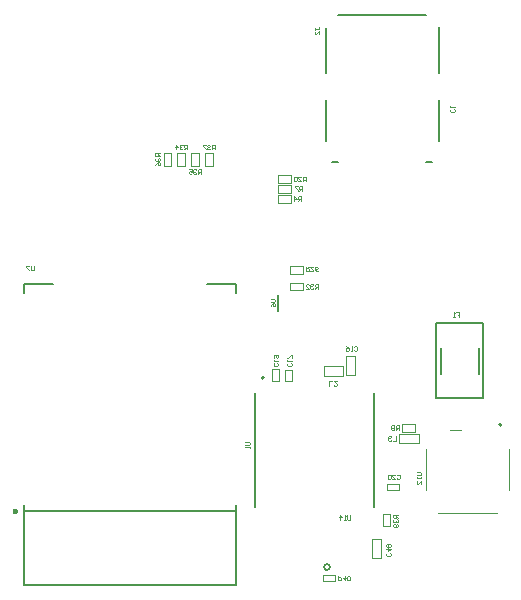
<source format=gbo>
G04*
G04 #@! TF.GenerationSoftware,Altium Limited,Altium Designer,20.0.1 (14)*
G04*
G04 Layer_Color=32896*
%FSLAX44Y44*%
%MOMM*%
G71*
G01*
G75*
%ADD10C,0.1000*%
%ADD11C,0.2000*%
%ADD14C,0.0760*%
%ADD18C,0.0508*%
%ADD19C,0.1270*%
%ADD22C,0.0762*%
%ADD24C,0.1016*%
%ADD171C,0.3000*%
D10*
X378700Y134060D02*
X388700D01*
X428700Y83060D02*
Y118060D01*
X358700Y83060D02*
Y118060D01*
X368700Y64060D02*
X418700D01*
D11*
X420700Y138560D02*
G03*
X422700Y138560I1000J0D01*
G01*
D02*
G03*
X420700Y138560I-1000J0D01*
G01*
X221528Y178120D02*
G03*
X221528Y178120I-1000J0D01*
G01*
X233768Y234804D02*
Y248304D01*
X403378Y181282D02*
Y203532D01*
X371378Y181282D02*
Y203532D01*
X407242Y160831D02*
Y224282D01*
X367058Y160831D02*
Y224282D01*
Y160831D02*
X407242D01*
X367058Y224282D02*
X407242D01*
D14*
X298994Y180168D02*
Y196868D01*
X290894Y180168D02*
Y196868D01*
Y180168D02*
X298994D01*
X290894Y196868D02*
X298994D01*
X320838Y25228D02*
Y41928D01*
X312738Y25228D02*
Y41928D01*
Y25228D02*
X320838D01*
X312738Y41928D02*
X320838D01*
D18*
X233160Y326392D02*
X244160D01*
Y332992D01*
X233160D02*
X244160D01*
X233160Y326392D02*
Y332992D01*
X243520Y266448D02*
X254520D01*
Y273048D01*
X243520D02*
X254520D01*
X243520Y266448D02*
Y273048D01*
X233160Y334774D02*
Y341374D01*
X244160D01*
Y334774D02*
Y341374D01*
X233160Y334774D02*
X244160D01*
X233160Y343156D02*
Y349756D01*
X244160D01*
Y343156D02*
Y349756D01*
X233160Y343156D02*
X244160D01*
X254520Y252224D02*
Y258824D01*
X243520Y252224D02*
X254520D01*
X243520D02*
Y258824D01*
X254520D01*
X228594Y175340D02*
X234194D01*
X228594D02*
Y185340D01*
X234194D01*
Y175340D02*
Y185340D01*
X239516Y175086D02*
X245116D01*
X239516D02*
Y185086D01*
X245116D01*
Y175086D02*
Y185086D01*
X349516Y132590D02*
Y139190D01*
X338516Y132590D02*
X349516D01*
X338516D02*
Y139190D01*
X349516D01*
X325454Y83052D02*
Y88652D01*
X335454D01*
Y83052D02*
Y88652D01*
X325454Y83052D02*
X335454D01*
X322396Y52480D02*
X327996D01*
X322396D02*
Y62480D01*
X327996D01*
Y52480D02*
Y62480D01*
X271606Y5836D02*
Y11436D01*
X281606D01*
Y5836D02*
Y11436D01*
X271606Y5836D02*
X281606D01*
X148159Y357896D02*
X154759D01*
X148159D02*
Y368896D01*
X154759D01*
Y357896D02*
Y368896D01*
X171358Y357896D02*
X177958D01*
X171358D02*
Y368896D01*
X177958D01*
Y357896D02*
Y368896D01*
X136560Y357896D02*
X143160D01*
X136560D02*
Y368896D01*
X143160D01*
Y357896D02*
Y368896D01*
X159759Y357896D02*
X166359D01*
X159759D02*
Y368896D01*
X166359D01*
Y357896D02*
Y368896D01*
D19*
X277300Y17956D02*
G03*
X277300Y17956I-2500J0D01*
G01*
X279214Y360690D02*
X284614D01*
X358514D02*
X364014D01*
X273814Y378790D02*
Y413790D01*
X369414Y378590D02*
Y413590D01*
Y436190D02*
Y474890D01*
X273814Y435990D02*
Y474690D01*
X284214Y485690D02*
X359014D01*
X17954Y2824D02*
Y70324D01*
Y2824D02*
X197954D01*
Y70324D01*
X17954Y250324D02*
Y257824D01*
X42954D01*
X172954D02*
X197954D01*
Y250324D02*
Y257824D01*
X18354Y65824D02*
X197554D01*
X214028Y68620D02*
Y165620D01*
X315028Y68620D02*
Y165620D01*
D22*
X272016Y187996D02*
X288816D01*
X272016Y179696D02*
Y187996D01*
Y179696D02*
X288816D01*
Y187996D01*
X335770Y122646D02*
X352570D01*
Y130946D01*
X335770D02*
X352570D01*
X335770Y122646D02*
Y130946D01*
D24*
X382302Y405891D02*
X382937Y405256D01*
Y403987D01*
X382302Y403352D01*
X379763D01*
X379128Y403987D01*
Y405256D01*
X379763Y405891D01*
X379128Y407161D02*
Y408430D01*
Y407796D01*
X382937D01*
X382302Y407161D01*
X294640Y61975D02*
Y58801D01*
X294005Y58166D01*
X292736D01*
X292101Y58801D01*
Y61975D01*
X290831Y58166D02*
X289562D01*
X290196D01*
Y61975D01*
X290831Y61340D01*
X285753Y58166D02*
Y61975D01*
X287657Y60070D01*
X285118D01*
X350709Y98044D02*
X353883D01*
X354518Y97409D01*
Y96140D01*
X353883Y95505D01*
X350709D01*
X354518Y94235D02*
Y92966D01*
Y93600D01*
X350709D01*
X351344Y94235D01*
X354518Y88522D02*
Y91061D01*
X351979Y88522D01*
X351344D01*
X350709Y89157D01*
Y90426D01*
X351344Y91061D01*
X26416Y273049D02*
Y269875D01*
X25781Y269240D01*
X24512D01*
X23877Y269875D01*
Y273049D01*
X22607D02*
X20068D01*
Y272414D01*
X22607Y269875D01*
Y269240D01*
X227077Y245110D02*
X230251D01*
X230886Y244475D01*
Y243206D01*
X230251Y242571D01*
X227077D01*
Y238762D02*
X227712Y240032D01*
X228982Y241301D01*
X230251D01*
X230886Y240666D01*
Y239397D01*
X230251Y238762D01*
X229616D01*
X228982Y239397D01*
Y241301D01*
X205741Y123698D02*
X208915D01*
X209550Y123063D01*
Y121794D01*
X208915Y121159D01*
X205741D01*
X209550Y119889D02*
Y118620D01*
Y119254D01*
X205741D01*
X206376Y119889D01*
X284226Y10414D02*
Y6605D01*
X286130D01*
X286765Y7240D01*
Y8510D01*
X286130Y9144D01*
X284226D01*
X285496D02*
X286765Y10414D01*
X289939D02*
Y6605D01*
X288035Y8510D01*
X290574D01*
X291844Y7240D02*
X292478Y6605D01*
X293748D01*
X294383Y7240D01*
Y9779D01*
X293748Y10414D01*
X292478D01*
X291844Y9779D01*
Y7240D01*
X334848Y62052D02*
X331039D01*
Y60148D01*
X331674Y59513D01*
X332944D01*
X333579Y60148D01*
Y62052D01*
Y60783D02*
X334848Y59513D01*
X331674Y58243D02*
X331039Y57609D01*
Y56339D01*
X331674Y55704D01*
X332309D01*
X332944Y56339D01*
Y56974D01*
Y56339D01*
X333579Y55704D01*
X334213D01*
X334848Y56339D01*
Y57609D01*
X334213Y58243D01*
Y54435D02*
X334848Y53800D01*
Y52530D01*
X334213Y51895D01*
X331674D01*
X331039Y52530D01*
Y53800D01*
X331674Y54435D01*
X332309D01*
X332944Y53800D01*
Y51895D01*
X179832Y371602D02*
Y375411D01*
X177928D01*
X177293Y374776D01*
Y373506D01*
X177928Y372872D01*
X179832D01*
X178562D02*
X177293Y371602D01*
X176023Y374776D02*
X175388Y375411D01*
X174119D01*
X173484Y374776D01*
Y374141D01*
X174119Y373506D01*
X174754D01*
X174119D01*
X173484Y372872D01*
Y372237D01*
X174119Y371602D01*
X175388D01*
X176023Y372237D01*
X172214Y375411D02*
X169675D01*
Y374776D01*
X172214Y372237D01*
Y371602D01*
X133350Y368300D02*
X129541D01*
Y366396D01*
X130176Y365761D01*
X131446D01*
X132080Y366396D01*
Y368300D01*
Y367030D02*
X133350Y365761D01*
X130176Y364491D02*
X129541Y363856D01*
Y362587D01*
X130176Y361952D01*
X130811D01*
X131446Y362587D01*
Y363222D01*
Y362587D01*
X132080Y361952D01*
X132715D01*
X133350Y362587D01*
Y363856D01*
X132715Y364491D01*
X129541Y358143D02*
X130176Y359413D01*
X131446Y360682D01*
X132715D01*
X133350Y360048D01*
Y358778D01*
X132715Y358143D01*
X132080D01*
X131446Y358778D01*
Y360682D01*
X168148Y350774D02*
Y354583D01*
X166244D01*
X165609Y353948D01*
Y352678D01*
X166244Y352044D01*
X168148D01*
X166878D02*
X165609Y350774D01*
X164339Y353948D02*
X163704Y354583D01*
X162435D01*
X161800Y353948D01*
Y353313D01*
X162435Y352678D01*
X163070D01*
X162435D01*
X161800Y352044D01*
Y351409D01*
X162435Y350774D01*
X163704D01*
X164339Y351409D01*
X157991Y354583D02*
X160530D01*
Y352678D01*
X159261Y353313D01*
X158626D01*
X157991Y352678D01*
Y351409D01*
X158626Y350774D01*
X159896D01*
X160530Y351409D01*
X156464Y371856D02*
Y375665D01*
X154560D01*
X153925Y375030D01*
Y373760D01*
X154560Y373126D01*
X156464D01*
X155194D02*
X153925Y371856D01*
X152655Y375030D02*
X152020Y375665D01*
X150751D01*
X150116Y375030D01*
Y374395D01*
X150751Y373760D01*
X151386D01*
X150751D01*
X150116Y373126D01*
Y372491D01*
X150751Y371856D01*
X152020D01*
X152655Y372491D01*
X146942Y371856D02*
Y375665D01*
X148846Y373760D01*
X146307D01*
X267208Y253746D02*
Y257555D01*
X265304D01*
X264669Y256920D01*
Y255650D01*
X265304Y255016D01*
X267208D01*
X265938D02*
X264669Y253746D01*
X263399Y256920D02*
X262764Y257555D01*
X261495D01*
X260860Y256920D01*
Y256285D01*
X261495Y255650D01*
X262130D01*
X261495D01*
X260860Y255016D01*
Y254381D01*
X261495Y253746D01*
X262764D01*
X263399Y254381D01*
X257051Y253746D02*
X259590D01*
X257051Y256285D01*
Y256920D01*
X257686Y257555D01*
X258956D01*
X259590Y256920D01*
X256794Y272034D02*
Y268225D01*
X258698D01*
X259333Y268860D01*
Y270130D01*
X258698Y270764D01*
X256794D01*
X258064D02*
X259333Y272034D01*
X263142D02*
X260603D01*
X263142Y269495D01*
Y268860D01*
X262507Y268225D01*
X261238D01*
X260603Y268860D01*
X266951Y268225D02*
X265681Y268860D01*
X264412Y270130D01*
Y271399D01*
X265046Y272034D01*
X266316D01*
X266951Y271399D01*
Y270764D01*
X266316Y270130D01*
X264412D01*
X256794Y344678D02*
Y348487D01*
X254890D01*
X254255Y347852D01*
Y346582D01*
X254890Y345948D01*
X256794D01*
X255524D02*
X254255Y344678D01*
X250446D02*
X252985D01*
X250446Y347217D01*
Y347852D01*
X251081Y348487D01*
X252350D01*
X252985Y347852D01*
X249176D02*
X248542Y348487D01*
X247272D01*
X246637Y347852D01*
Y345313D01*
X247272Y344678D01*
X248542D01*
X249176Y345313D01*
Y347852D01*
X335788Y134112D02*
Y137921D01*
X333884D01*
X333249Y137286D01*
Y136016D01*
X333884Y135382D01*
X335788D01*
X334518D02*
X333249Y134112D01*
X331979Y134747D02*
X331344Y134112D01*
X330075D01*
X329440Y134747D01*
Y137286D01*
X330075Y137921D01*
X331344D01*
X331979Y137286D01*
Y136651D01*
X331344Y136016D01*
X329440D01*
X253746Y336550D02*
Y340359D01*
X251842D01*
X251207Y339724D01*
Y338454D01*
X251842Y337820D01*
X253746D01*
X252476D02*
X251207Y336550D01*
X249937Y340359D02*
X247398D01*
Y339724D01*
X249937Y337185D01*
Y336550D01*
X252984Y327914D02*
Y331723D01*
X251080D01*
X250445Y331088D01*
Y329818D01*
X251080Y329184D01*
X252984D01*
X251714D02*
X250445Y327914D01*
X247271D02*
Y331723D01*
X249175Y329818D01*
X246636D01*
X333248Y128777D02*
Y124968D01*
X330709D01*
X329439Y128142D02*
X328804Y128777D01*
X327535D01*
X326900Y128142D01*
Y127507D01*
X327535Y126872D01*
X328170D01*
X327535D01*
X326900Y126238D01*
Y125603D01*
X327535Y124968D01*
X328804D01*
X329439Y125603D01*
X276606Y171451D02*
Y175260D01*
X279145D01*
X282954D02*
X280415D01*
X282954Y172721D01*
Y172086D01*
X282319Y171451D01*
X281050D01*
X280415Y172086D01*
X264575Y472695D02*
Y473964D01*
Y473330D01*
X267749D01*
X268384Y473964D01*
Y474599D01*
X267749Y475234D01*
X268384Y468886D02*
Y471425D01*
X265845Y468886D01*
X265210D01*
X264575Y469521D01*
Y470790D01*
X265210Y471425D01*
X384237Y233679D02*
X386776D01*
Y231774D01*
X385506D01*
X386776D01*
Y229870D01*
X382967D02*
X381698D01*
X382332D01*
Y233679D01*
X382967Y233044D01*
X328040Y29971D02*
X328675Y29336D01*
Y28067D01*
X328040Y27432D01*
X325501D01*
X324866Y28067D01*
Y29336D01*
X325501Y29971D01*
X324866Y33145D02*
X328675D01*
X326770Y31241D01*
Y33780D01*
X328040Y35050D02*
X328675Y35684D01*
Y36954D01*
X328040Y37589D01*
X327405D01*
X326770Y36954D01*
X326136Y37589D01*
X325501D01*
X324866Y36954D01*
Y35684D01*
X325501Y35050D01*
X326136D01*
X326770Y35684D01*
X327405Y35050D01*
X328040D01*
X326770Y35684D02*
Y36954D01*
X333757Y95630D02*
X334392Y96265D01*
X335661D01*
X336296Y95630D01*
Y93091D01*
X335661Y92456D01*
X334392D01*
X333757Y93091D01*
X329948Y92456D02*
X332487D01*
X329948Y94995D01*
Y95630D01*
X330583Y96265D01*
X331852D01*
X332487Y95630D01*
X328678D02*
X328044Y96265D01*
X326774D01*
X326139Y95630D01*
Y93091D01*
X326774Y92456D01*
X328044D01*
X328678Y93091D01*
Y95630D01*
X232790Y190753D02*
X233425Y190118D01*
Y188849D01*
X232790Y188214D01*
X230251D01*
X229616Y188849D01*
Y190118D01*
X230251Y190753D01*
X229616Y192023D02*
Y193292D01*
Y192658D01*
X233425D01*
X232790Y192023D01*
X230251Y195197D02*
X229616Y195832D01*
Y197101D01*
X230251Y197736D01*
X232790D01*
X233425Y197101D01*
Y195832D01*
X232790Y195197D01*
X232155D01*
X231520Y195832D01*
Y197736D01*
X244474Y190753D02*
X245109Y190118D01*
Y188849D01*
X244474Y188214D01*
X241935D01*
X241300Y188849D01*
Y190118D01*
X241935Y190753D01*
X241300Y192023D02*
Y193292D01*
Y192658D01*
X245109D01*
X244474Y192023D01*
X245109Y195197D02*
Y197736D01*
X244474D01*
X241935Y195197D01*
X241300D01*
X297689Y204342D02*
X298324Y204977D01*
X299593D01*
X300228Y204342D01*
Y201803D01*
X299593Y201168D01*
X298324D01*
X297689Y201803D01*
X296419Y201168D02*
X295150D01*
X295784D01*
Y204977D01*
X296419Y204342D01*
X290706Y204977D02*
X291976Y204342D01*
X293245Y203072D01*
Y201803D01*
X292610Y201168D01*
X291341D01*
X290706Y201803D01*
Y202438D01*
X291341Y203072D01*
X293245D01*
D171*
X12044Y64894D02*
G03*
X11461Y63985I-1000J0D01*
G01*
M02*

</source>
